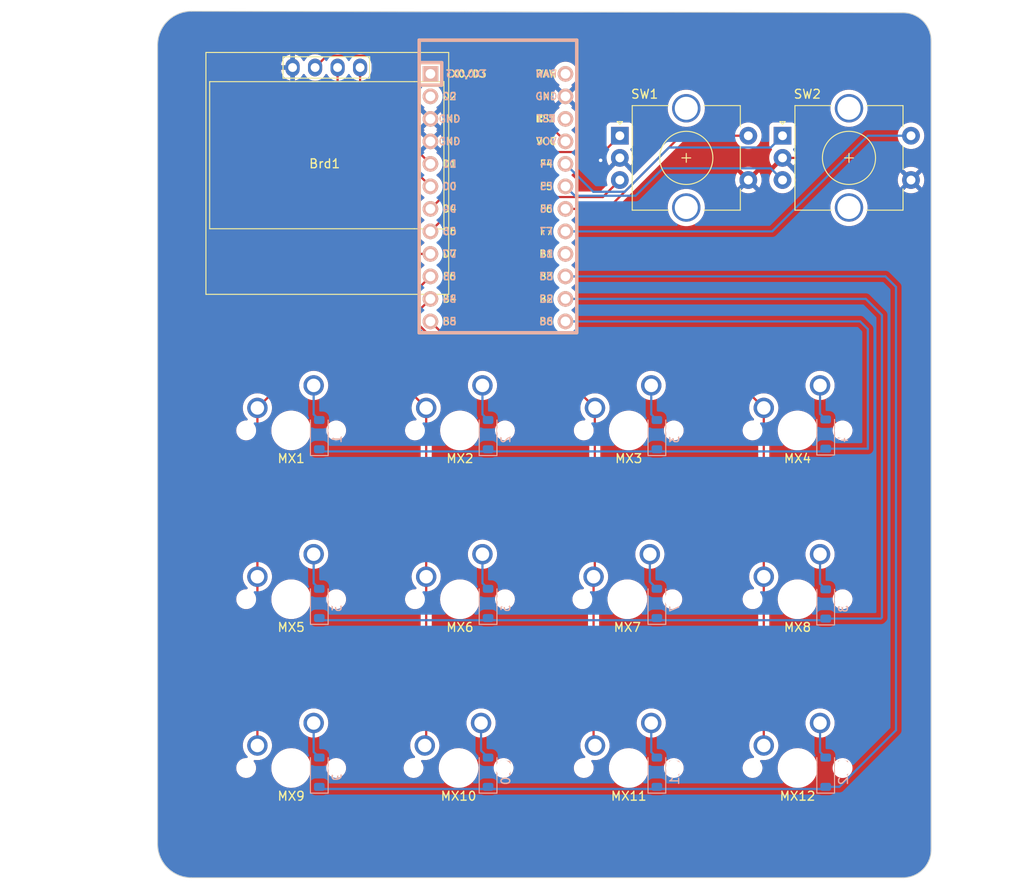
<source format=kicad_pcb>
(kicad_pcb (version 20221018) (generator pcbnew)
  (layers (0 "F.Cu" signal) (31 "B.Cu" signal) (34 "B.Paste" user) (35 "F.Paste" user) (36 "B.SilkS" user "B.Silkscreen") (37 "F.SilkS" user "F.Silkscreen") (38 "B.Mask" user) (39 "F.Mask" user) (44 "Edge.Cuts" user))
  (net 0 "")
  (net 1 "GND")
  (net 6 "Net-(D1-A)")
  (net 7 "Net-(D2-A)")
  (net 8 "Net-(D3-A)")
  (net 9 "Net-(D4-A)")
  (net 10 "Net-(D5-A)")
  (net 11 "Net-(D6-A)")
  (net 12 "Net-(D7-A)")
  (net 13 "Net-(D8-A)")
  (net 14 "Net-(D9-A)")
  (net 15 "Net-(D10-A)")
  (net 16 "Net-(D11-A)")
  (net 17 "Net-(D12-A)")
  (net 18 "C0")
  (net 19 "R3")
  (net 20 "R0")
  (net 21 "R1")
  (net 22 "R2")
  (net 23 "C1")
  (net 24 "C2")
  (net 25 "C3")
  (net 26 "SW1_A")
  (net 27 "SW1_B")
  (net 28 "SW1_S2")
  (net 29 "SW2_A")
  (net 30 "SW2_B")
  (net 31 "OLED_SDA")
  (net 32 "OLED_SCL")
  (net 33 "OLED_VCC")
  (net 34 "SW2_S2")
  (footprint "SSD1306:128x64OLED" (layer "F.Cu") (at 107.76 33.46)
    (fp_text reference "Brd1" (at 0 0.254) (layer "F.SilkS"))
    (fp_text value "SSD1306")
    (fp_line (start -13.4 -12.3) (end 14 -12.3) (stroke (width 0.12)) (layer "F.SilkS"))
    (fp_line (start -13.4 15) (end -13.4 -12.3) (stroke (width 0.12)) (layer "F.SilkS"))
    (fp_line (start -12.978 -9.005) (end 10.122 -9.005) (stroke (width 0.12)) (layer "F.SilkS"))
    (fp_line (start -12.978 7.595) (end -12.978 -9.005) (stroke (width 0.12)) (layer "F.SilkS"))
    (fp_line (start -4.699 -11.811) (end -4.699 -9.398) (stroke (width 0.12)) (layer "F.SilkS"))
    (fp_line (start -4.699 -11.811) (end 5.08 -11.811) (stroke (width 0.12)) (layer "F.SilkS"))
    (fp_line (start 5.08 -11.811) (end 5.08 -9.398) (stroke (width 0.12)) (layer "F.SilkS"))
    (fp_line (start 5.08 -9.398) (end -4.699 -9.398) (stroke (width 0.12)) (layer "F.SilkS"))
    (fp_line (start 10.122 -9.005) (end 13.208 -9.005) (stroke (width 0.12)) (layer "F.SilkS"))
    (fp_line (start 10.122 7.595) (end -12.978 7.595) (stroke (width 0.12)) (layer "F.SilkS"))
    (fp_line (start 10.122 7.595) (end 13.462 7.62) (stroke (width 0.12)) (layer "F.SilkS"))
    (fp_line (start 13.462 -9.017) (end 13.208 -9.005) (stroke (width 0.12)) (layer "F.SilkS"))
    (fp_line (start 13.462 7.62) (end 13.462 -9.017) (stroke (width 0.12)) (layer "F.SilkS"))
    (fp_line (start 14 -12.3) (end 14 15) (stroke (width 0.12)) (layer "F.SilkS"))
    (fp_line (start 14 15) (end -13.4 15) (stroke (width 0.12)) (layer "F.SilkS"))
    (pad "1" thru_hole oval (at -3.62 -10.6 90) (size 2 1.6) (drill 1) (layers "*.Cu" "*.Mask") (net 1 "GND"))
    (pad "2" thru_hole oval (at -1.08 -10.6 90) (size 2 1.6) (drill 1) (layers "*.Cu" "*.Mask") (net 33 "OLED_VCC"))
    (pad "3" thru_hole oval (at 1.46 -10.6 90) (size 2 1.6) (drill 1) (layers "*.Cu" "*.Mask") (net 32 "OLED_SCL"))
    (pad "4" thru_hole oval (at 4 -10.6 90) (size 2 1.6) (drill 1) (layers "*.Cu" "*.Mask") (net 31 "OLED_SDA"))
  )
  (footprint "PCM_marbastlib-mx:SW_MX_1u" (layer "F.Cu") (at 123.03125 63.8175)
    (fp_text reference "MX2" (at 0 3.175) (layer "F.SilkS"))
    (fp_text value "MX_SW_solder")
    (pad "" np_thru_hole circle (at -5.08 0) (size 1.75 1.75) (drill 1.75) (layers "*.Cu" "*.Mask"))
    (pad "" np_thru_hole circle (at 0 0) (size 3.9878 3.9878) (drill 3.9878) (layers "*.Cu" "*.Mask"))
    (pad "" np_thru_hole circle (at 5.08 0) (size 1.75 1.75) (drill 1.75) (layers "*.Cu" "*.Mask"))
    (pad "1" thru_hole circle (at -3.81 -2.54) (size 2.3 2.3) (drill 1.524) (layers "*.Cu" "B.Mask") (net 23 "C1"))
    (pad "2" thru_hole circle (at 2.54 -5.08) (size 2.3 2.3) (drill 1.524) (layers "*.Cu" "B.Mask") (net 7 "Net-(D2-A)"))
  )
  (footprint "PCM_marbastlib-mx:SW_MX_1u" (layer "F.Cu") (at 142.08125 63.8175)
    (fp_text reference "MX3" (at 0 3.175) (layer "F.SilkS"))
    (fp_text value "MX_SW_solder")
    (pad "" np_thru_hole circle (at -5.08 0) (size 1.75 1.75) (drill 1.75) (layers "*.Cu" "*.Mask"))
    (pad "" np_thru_hole circle (at 0 0) (size 3.9878 3.9878) (drill 3.9878) (layers "*.Cu" "*.Mask"))
    (pad "" np_thru_hole circle (at 5.08 0) (size 1.75 1.75) (drill 1.75) (layers "*.Cu" "*.Mask"))
    (pad "1" thru_hole circle (at -3.81 -2.54) (size 2.3 2.3) (drill 1.524) (layers "*.Cu" "B.Mask") (net 24 "C2"))
    (pad "2" thru_hole circle (at 2.54 -5.08) (size 2.3 2.3) (drill 1.524) (layers "*.Cu" "B.Mask") (net 8 "Net-(D3-A)"))
  )
  (footprint "Rotary_Encoder:RotaryEncoder_Alps_EC11E-Switch_Vertical_H20mm_CircularMountingHoles" (layer "F.Cu") (at 141.075 30.56)
    (fp_text reference "SW1" (at 2.8 -4.7) (layer "F.SilkS"))
    (fp_text value "RotaryEncoder_Switch")
    (fp_line (start -0.3 -1.6) (end 0.3 -1.6) (stroke (width 0.12)) (layer "F.SilkS"))
    (fp_line (start 0 -1.3) (end -0.3 -1.6) (stroke (width 0.12)) (layer "F.SilkS"))
    (fp_line (start 0.3 -1.6) (end 0 -1.3) (stroke (width 0.12)) (layer "F.SilkS"))
    (fp_line (start 1.4 -3.4) (end 1.4 8.4) (stroke (width 0.12)) (layer "F.SilkS"))
    (fp_line (start 5.5 -3.4) (end 1.4 -3.4) (stroke (width 0.12)) (layer "F.SilkS"))
    (fp_line (start 5.5 8.4) (end 1.4 8.4) (stroke (width 0.12)) (layer "F.SilkS"))
    (fp_line (start 7 2.5) (end 8 2.5) (stroke (width 0.12)) (layer "F.SilkS"))
    (fp_line (start 7.5 2) (end 7.5 3) (stroke (width 0.12)) (layer "F.SilkS"))
    (fp_line (start 9.5 -3.4) (end 13.6 -3.4) (stroke (width 0.12)) (layer "F.SilkS"))
    (fp_line (start 13.6 -3.4) (end 13.6 -1) (stroke (width 0.12)) (layer "F.SilkS"))
    (fp_line (start 13.6 1.2) (end 13.6 3.8) (stroke (width 0.12)) (layer "F.SilkS"))
    (fp_line (start 13.6 6) (end 13.6 8.4) (stroke (width 0.12)) (layer "F.SilkS"))
    (fp_line (start 13.6 8.4) (end 9.5 8.4) (stroke (width 0.12)) (layer "F.SilkS"))
    (fp_circle (center 7.5 2.5) (end 10.5 2.5) (stroke (width 0.12)) (fill none) (layer "F.SilkS"))
    (pad "A" thru_hole rect (at 0 0) (size 2 2) (drill 1) (layers "*.Cu" "*.Mask") (net 26 "SW1_A"))
    (pad "B" thru_hole circle (at 0 5) (size 2 2) (drill 1) (layers "*.Cu" "*.Mask") (net 27 "SW1_B"))
    (pad "C" thru_hole circle (at 0 2.5) (size 2 2) (drill 1) (layers "*.Cu" "*.Mask") (net 1 "GND"))
    (pad "MP" thru_hole circle (at 7.5 -3.1) (size 3.2 3.2) (drill 2.6) (layers "*.Cu" "*.Mask"))
    (pad "MP" thru_hole circle (at 7.5 8.1) (size 3.2 3.2) (drill 2.6) (layers "*.Cu" "*.Mask"))
    (pad "S1" thru_hole circle (at 14.5 5) (size 2 2) (drill 1) (layers "*.Cu" "*.Mask") (net 1 "GND"))
    (pad "S2" thru_hole circle (at 14.5 0) (size 2 2) (drill 1) (layers "*.Cu" "*.Mask") (net 28 "SW1_S2"))
  )
  (footprint "Keebio-Parts:ArduinoProMicro" (layer "F.Cu") (at 127.3175 37.54675 -90)
    (fp_text reference "U1" hide)
    (fp_text value "ProMicro" hide)
    (fp_text user "D1" (at -3.81 5.461) (layer "B.SilkS") (effects (font (size 0.8 0.8)) (justify mirror)))
    (fp_text user "GND" (at -6.35 5.461) (layer "B.SilkS") (effects (font (size 0.8 0.8)) (justify mirror)))
    (fp_text user "B6" (at 13.97 -5.461) (layer "B.SilkS") (effects (font (size 0.8 0.8)) (justify mirror)))
    (fp_text user "D2" (at -11.43 5.461) (layer "B.SilkS") (effects (font (size 0.8 0.8)) (justify mirror)))
    (fp_text user "F7" (at 3.81 -5.461) (layer "B.SilkS") (effects (font (size 0.8 0.8)) (justify mirror)))
    (fp_text user "TX0/D3" (at -13.97 3.571872) (layer "B.SilkS") (effects (font (size 0.8 0.8)) (justify mirror)))
    (fp_text user "RAW" (at -13.97 -5.461) (layer "B.SilkS") (effects (font (size 0.8 0.8)) (justify mirror)))
    (fp_text user "E6" (at 8.89 5.461) (layer "B.SilkS") (effects (font (size 0.8 0.8)) (justify mirror)))
    (fp_text user "B2" (at 11.43 -5.461) (layer "B.SilkS") (effects (font (size 0.8 0.8)) (justify mirror)))
    (fp_text user "D7" (at 6.35 5.461) (layer "B.SilkS") (effects (font (size 0.8 0.8)) (justify mirror)))
    (fp_text user "C6" (at 3.81 5.461) (layer "B.SilkS") (effects (font (size 0.8 0.8)) (justify mirror)))
    (fp_text user "GND" (at -11.43 -5.461) (layer "B.SilkS") (effects (font (size 0.8 0.8)) (justify mirror)))
    (fp_text user "B1" (at 6.35 -5.461) (layer "B.SilkS") (effects (font (size 0.8 0.8)) (justify mirror)))
    (fp_text user "VCC" (at -6.35 -5.461) (layer "B.SilkS") (effects (font (size 0.8 0.8)) (justify mirror)))
    (fp_text user "GND" (at -8.89 5.461) (layer "B.SilkS") (effects (font (size 0.8 0.8)) (justify mirror)))
    (fp_text user "F4" (at -3.81 -5.461) (layer "B.SilkS") (effects (font (size 0.8 0.8)) (justify mirror)))
    (fp_text user "F5" (at -1.27 -5.461) (layer "B.SilkS") (effects (font (size 0.8 0.8)) (justify mirror)))
    (fp_text user "D0" (at -1.27 5.461) (layer "B.SilkS") (effects (font (size 0.8 0.8)) (justify mirror)))
    (fp_text user "B5" (at 13.97 5.461) (layer "B.SilkS") (effects (font (size 0.8 0.8)) (justify mirror)))
    (fp_text user "B4" (at 11.43 5.461) (layer "B.SilkS") (effects (font (size 0.8 0.8)) (justify mirror)))
    (fp_text user "ST" (at -8.91 -5.04) (layer "B.SilkS") (effects (font (size 0.8 0.8)) (justify mirror)))
    (fp_text user "B3" (at 8.89 -5.461) (layer "B.SilkS") (effects (font (size 0.8 0.8)) (justify mirror)))
    (fp_text user "F6" (at 1.27 -5.461) (layer "B.SilkS") (effects (font (size 0.8 0.8)) (justify mirror)))
    (fp_text user "D4" (at 1.27 5.461) (layer "B.SilkS") (effects (font (size 0.8 0.8)) (justify mirror)))
    (fp_text user "GND" (at -6.35 5.461) (layer "F.SilkS") (effects (font (size 0.8 0.8))))
    (fp_text user "B4" (at 11.43 5.461) (layer "F.SilkS") (effects (font (size 0.8 0.8))))
    (fp_text user "D4" (at 1.27 5.461) (layer "F.SilkS") (effects (font (size 0.8 0.8))))
    (fp_text user "TX0/D3" (at -13.97 3.571872) (layer "F.SilkS") (effects (font (size 0.8 0.8))))
    (fp_text user "GND" (at -8.89 5.461) (layer "F.SilkS") (effects (font (size 0.8 0.8))))
    (fp_text user "VCC" (at -6.35 -5.461) (layer "F.SilkS") (effects (font (size 0.8 0.8))))
    (fp_text user "B5" (at 13.97 5.461) (layer "F.SilkS") (effects (font (size 0.8 0.8))))
    (fp_text user "B1" (at 6.35 -5.461) (layer "F.SilkS") (effects (font (size 0.8 0.8))))
    (fp_text user "F4" (at -3.81 -5.461) (layer "F.SilkS") (effects (font (size 0.8 0.8))))
    (fp_text user "D1" (at -3.81 5.461) (layer "F.SilkS") (effects (font (size 0.8 0.8))))
    (fp_text user "D0" (at -1.27 5.461) (layer "F.SilkS") (effects (font (size 0.8 0.8))))
    (fp_text user "D2" (at -11.43 5.461) (layer "F.SilkS") (effects (font (size 0.8 0.8))))
    (fp_text user "ST" (at -8.92 -5.73312) (layer "F.SilkS") (effects (font (size 0.8 0.8))))
    (fp_text user "F5" (at -1.27 -5.461) (layer "F.SilkS") (effects (font (size 0.8 0.8))))
    (fp_text user "B2" (at 11.43 -5.461) (layer "F.SilkS") (effects (font (size 0.8 0.8))))
    (fp_text user "RAW" (at -13.97 -5.461) (layer "F.SilkS") (effects (font (size 0.8 0.8))))
    (fp_text user "E6" (at 8.89 5.461) (layer "F.SilkS") (effects (font (size 0.8 0.8))))
    (fp_text user "GND" (at -11.43 -5.461) (layer "F.SilkS") (effects (font (size 0.8 0.8))))
    (fp_text user "C6" (at 3.81 5.461) (layer "F.SilkS") (effects (font (size 0.8 0.8))))
    (fp_text user "F7" (at 3.81 -5.461) (layer "F.SilkS") (effects (font (size 0.8 0.8))))
    (fp_text user "F6" (at 1.27 -5.461) (layer "F.SilkS") (effects (font (size 0.8 0.8))))
    (fp_text user "D7" (at 6.35 5.461) (layer "F.SilkS") (effects (font (size 0.8 0.8))))
    (fp_text user "B6" (at 13.97 -5.461) (layer "F.SilkS") (effects (font (size 0.8 0.8))))
    (fp_text user "B3" (at 8.89 -5.461) (layer "F.SilkS") (effects (font (size 0.8 0.8))))
    (fp_line (start -17.78 -8.89) (end -17.78 8.89) (stroke (width 0.381)) (layer "B.SilkS"))
    (fp_line (start -17.78 8.89) (end 15.24 8.89) (stroke (width 0.381)) (layer "B.SilkS"))
    (fp_line (start -15.24 6.35) (end -15.24 8.89) (stroke (width 0.381)) (layer "B.SilkS"))
    (fp_line (start -15.24 6.35) (end -12.7 6.35) (stroke (width 0.381)) (layer "B.SilkS"))
    (fp_line (start -12.7 6.35) (end -12.7 8.89) (stroke (width 0.381)) (layer "B.SilkS"))
    (fp_line (start 15.24 -8.89) (end -17.78 -8.89) (stroke (width 0.381)) (layer "B.SilkS"))
    (fp_line (start 15.24 8.89) (end 15.24 -8.89) (stroke (width 0.381)) (layer "B.SilkS"))
    (fp_poly (pts (xy -9.35097 -6.244635) (xy -8.55097 -6.244635) (xy -8.55097 -6.344635) (xy -9.35097 -6.344635)) (stroke (width 0.15)) (fill solid) (layer "B.SilkS"))
    (fp_poly (pts (xy -9.35097 -5.844635) (xy -9.25097 -5.844635) (xy -9.25097 -6.344635) (xy -9.35097 -6.344635)) (stroke (width 0.15)) (fill solid) (layer "B.SilkS"))
    (fp_poly (pts (xy -9.35097 -5.844635) (xy -9.05097 -5.844635) (xy -9.05097 -5.944635) (xy -9.35097 -5.944635)) (stroke (width 0.15)) (fill solid) (layer "B.SilkS"))
    (fp_poly (pts (xy -8.95097 -6.044635) (xy -8.85097 -6.044635) (xy -8.85097 -6.144635) (xy -8.95097 -6.144635)) (stroke (width 0.15)) (fill solid) (layer "B.SilkS"))
    (fp_poly (pts (xy -8.75097 -5.844635) (xy -8.55097 -5.844635) (xy -8.55097 -5.944635) (xy -8.75097 -5.944635)) (stroke (width 0.15)) (fill solid) (layer "B.SilkS"))
    (fp_line (start -17.78 -8.89) (end -17.78 8.89) (stroke (width 0.381)) (layer "F.SilkS"))
    (fp_line (start -17.78 8.89) (end -15.24 8.89) (stroke (width 0.381)) (layer "F.SilkS"))
    (fp_line (start -15.24 -8.89) (end -17.78 -8.89) (stroke (width 0.381)) (layer "F.SilkS"))
    (fp_line (start -15.24 6.35) (end -15.24 8.89) (stroke (width 0.381)) (layer "F.SilkS"))
    (fp_line (start -15.24 6.35) (end -12.7 6.35) (stroke (width 0.381)) (layer "F.SilkS"))
    (fp_line (start -15.24 8.89) (end 15.24 8.89) (stroke (width 0.381)) (layer "F.SilkS"))
    (fp_line (start -12.7 6.35) (end -12.7 8.89) (stroke (width 0.381)) (layer "F.SilkS"))
    (fp_line (start 15.24 -8.89) (end -15.24 -8.89) (stroke (width 0.381)) (layer "F.SilkS"))
    (fp_line (start 15.24 8.89) (end 15.24 -8.89) (stroke (width 0.381)) (layer "F.SilkS"))
    (fp_poly (pts (xy -9.36064 -4.931568) (xy -9.26064 -4.931568) (xy -9.26064 -4.431568) (xy -9.36064 -4.431568)) (stroke (width 0.15)) (fill solid) (layer "F.SilkS"))
    (fp_poly (pts (xy -9.36064 -4.931568) (xy -9.06064 -4.931568) (xy -9.06064 -4.831568) (xy -9.36064 -4.831568)) (stroke (width 0.15)) (fill solid) (layer "F.SilkS"))
    (fp_poly (pts (xy -9.36064 -4.531568) (xy -8.56064 -4.531568) (xy -8.56064 -4.431568) (xy -9.36064 -4.431568)) (stroke (width 0.15)) (fill solid) (layer "F.SilkS"))
    (fp_poly (pts (xy -8.96064 -4.731568) (xy -8.86064 -4.731568) (xy -8.86064 -4.631568) (xy -8.96064 -4.631568)) (stroke (width 0.15)) (fill solid) (layer "F.SilkS"))
    (fp_poly (pts (xy -8.76064 -4.931568) (xy -8.56064 -4.931568) (xy -8.56064 -4.831568) (xy -8.76064 -4.831568)) (stroke (width 0.15)) (fill solid) (layer "F.SilkS"))
    (pad "1" thru_hole rect (at -13.97 7.62 270) (size 1.7526 1.7526) (drill 1.0922) (layers "*.Cu" "*.SilkS" "*.Mask"))
    (pad "2" thru_hole circle (at -11.43 7.62 270) (size 1.7526 1.7526) (drill 1.0922) (layers "*.Cu" "*.SilkS" "*.Mask"))
    (pad "3" thru_hole circle (at -8.89 7.62 270) (size 1.7526 1.7526) (drill 1.0922) (layers "*.Cu" "*.SilkS" "*.Mask") (net 1 "GND"))
    (pad "4" thru_hole circle (at -6.35 7.62 270) (size 1.7526 1.7526) (drill 1.0922) (layers "*.Cu" "*.SilkS" "*.Mask") (net 1 "GND"))
    (pad "5" thru_hole circle (at -3.81 7.62 270) (size 1.7526 1.7526) (drill 1.0922) (layers "*.Cu" "*.SilkS" "*.Mask") (net 31 "OLED_SDA"))
    (pad "6" thru_hole circle (at -1.27 7.62 270) (size 1.7526 1.7526) (drill 1.0922) (layers "*.Cu" "*.SilkS" "*.Mask") (net 32 "OLED_SCL"))
    (pad "7" thru_hole circle (at 1.27 7.62 270) (size 1.7526 1.7526) (drill 1.0922) (layers "*.Cu" "*.SilkS" "*.Mask") (net 26 "SW1_A"))
    (pad "8" thru_hole circle (at 3.81 7.62 270) (size 1.7526 1.7526) (drill 1.0922) (layers "*.Cu" "*.SilkS" "*.Mask") (net 27 "SW1_B"))
    (pad "9" thru_hole circle (at 6.35 7.62 270) (size 1.7526 1.7526) (drill 1.0922) (layers "*.Cu" "*.SilkS" "*.Mask") (net 18 "C0"))
    (pad "10" thru_hole circle (at 8.89 7.62 270) (size 1.7526 1.7526) (drill 1.0922) (layers "*.Cu" "*.SilkS" "*.Mask") (net 23 "C1"))
    (pad "11" thru_hole circle (at 11.43 7.62 270) (size 1.7526 1.7526) (drill 1.0922) (layers "*.Cu" "*.SilkS" "*.Mask") (net 24 "C2"))
    (pad "12" thru_hole circle (at 13.97 7.62 270) (size 1.7526 1.7526) (drill 1.0922) (layers "*.Cu" "*.SilkS" "*.Mask") (net 25 "C3"))
    (pad "13" thru_hole circle (at 13.97 -7.62 270) (size 1.7526 1.7526) (drill 1.0922) (layers "*.Cu" "*.SilkS" "*.Mask") (net 20 "R0"))
    (pad "14" thru_hole circle (at 11.43 -7.62 270) (size 1.7526 1.7526) (drill 1.0922) (layers "*.Cu" "*.SilkS" "*.Mask") (net 21 "R1"))
    (pad "15" thru_hole circle (at 8.89 -7.62 270) (size 1.7526 1.7526) (drill 1.0922) (layers "*.Cu" "*.SilkS" "*.Mask") (net 22 "R2"))
    (pad "16" thru_hole circle (at 6.35 -7.62 270) (size 1.7526 1.7526) (drill 1.0922) (layers "*.Cu" "*.SilkS" "*.Mask") (net 19 "R3"))
    (pad "17" thru_hole circle (at 3.81 -7.62 270) (size 1.7526 1.7526) (drill 1.0922) (layers "*.Cu" "*.SilkS" "*.Mask") (net 34 "SW2_S2"))
    (pad "18" thru_hole circle (at 1.27 -7.62 270) (size 1.7526 1.7526) (drill 1.0922) (layers "*.Cu" "*.SilkS" "*.Mask") (net 28 "SW1_S2"))
    (pad "19" thru_hole circle (at -1.27 -7.62 270) (size 1.7526 1.7526) (drill 1.0922) (layers "*.Cu" "*.SilkS" "*.Mask") (net 30 "SW2_B"))
    (pad "20" thru_hole circle (at -3.81 -7.62 270) (size 1.7526 1.7526) (drill 1.0922) (layers "*.Cu" "*.SilkS" "*.Mask") (net 29 "SW2_A"))
    (pad "21" thru_hole circle (at -6.35 -7.62 270) (size 1.7526 1.7526) (drill 1.0922) (layers "*.Cu" "*.SilkS" "*.Mask") (net 33 "OLED_VCC"))
    (pad "22" thru_hole circle (at -8.89 -7.62 270) (size 1.7526 1.7526) (drill 1.0922) (layers "*.Cu" "*.SilkS" "*.Mask"))
    (pad "23" thru_hole circle (at -11.43 -7.62 270) (size 1.7526 1.7526) (drill 1.0922) (layers "*.Cu" "*.SilkS" "*.Mask") (net 1 "GND"))
    (pad "24" thru_hole circle (at -13.97 -7.62 270) (size 1.7526 1.7526) (drill 1.0922) (layers "*.Cu" "*.SilkS" "*.Mask"))
  )
  (footprint "PCM_marbastlib-mx:SW_MX_1u" (layer "F.Cu") (at 161.13125 82.8675)
    (fp_text reference "MX8" (at 0 3.175) (layer "F.SilkS"))
    (fp_text value "MX_SW_solder")
    (pad "" np_thru_hole circle (at -5.08 0) (size 1.75 1.75) (drill 1.75) (layers "*.Cu" "*.Mask"))
    (pad "" np_thru_hole circle (at 0 0) (size 3.9878 3.9878) (drill 3.9878) (layers "*.Cu" "*.Mask"))
    (pad "" np_thru_hole circle (at 5.08 0) (size 1.75 1.75) (drill 1.75) (layers "*.Cu" "*.Mask"))
    (pad "1" thru_hole circle (at -3.81 -2.54) (size 2.3 2.3) (drill 1.524) (layers "*.Cu" "B.Mask") (net 25 "C3"))
    (pad "2" thru_hole circle (at 2.54 -5.08) (size 2.3 2.3) (drill 1.524) (layers "*.Cu" "B.Mask") (net 13 "Net-(D8-A)"))
  )
  (footprint "PCM_marbastlib-mx:SW_MX_1u" (layer "F.Cu") (at 161.13125 101.9175)
    (fp_text reference "MX12" (at 0 3.175) (layer "F.SilkS"))
    (fp_text value "MX_SW_solder")
    (pad "" np_thru_hole circle (at -5.08 0) (size 1.75 1.75) (drill 1.75) (layers "*.Cu" "*.Mask"))
    (pad "" np_thru_hole circle (at 0 0) (size 3.9878 3.9878) (drill 3.9878) (layers "*.Cu" "*.Mask"))
    (pad "" np_thru_hole circle (at 5.08 0) (size 1.75 1.75) (drill 1.75) (layers "*.Cu" "*.Mask"))
    (pad "1" thru_hole circle (at -3.81 -2.54) (size 2.3 2.3) (drill 1.524) (layers "*.Cu" "B.Mask") (net 25 "C3"))
    (pad "2" thru_hole circle (at 2.54 -5.08) (size 2.3 2.3) (drill 1.524) (layers "*.Cu" "B.Mask") (net 17 "Net-(D12-A)"))
  )
  (footprint "PCM_marbastlib-mx:SW_MX_1u" (layer "F.Cu") (at 161.13125 63.8175)
    (fp_text reference "MX4" (at 0 3.175) (layer "F.SilkS"))
    (fp_text value "MX_SW_solder")
    (pad "" np_thru_hole circle (at -5.08 0) (size 1.75 1.75) (drill 1.75) (layers "*.Cu" "*.Mask"))
    (pad "" np_thru_hole circle (at 0 0) (size 3.9878 3.9878) (drill 3.9878) (layers "*.Cu" "*.Mask"))
    (pad "" np_thru_hole circle (at 5.08 0) (size 1.75 1.75) (drill 1.75) (layers "*.Cu" "*.Mask"))
    (pad "1" thru_hole circle (at -3.81 -2.54) (size 2.3 2.3) (drill 1.524) (layers "*.Cu" "B.Mask") (net 25 "C3"))
    (pad "2" thru_hole circle (at 2.54 -5.08) (size 2.3 2.3) (drill 1.524) (layers "*.Cu" "B.Mask") (net 9 "Net-(D4-A)"))
  )
  (footprint "PCM_marbastlib-mx:SW_MX_1u" (layer "F.Cu") (at 123.03125 82.8675)
    (fp_text reference "MX6" (at 0 3.175) (layer "F.SilkS"))
    (fp_text value "MX_SW_solder")
    (pad "" np_thru_hole circle (at -5.08 0) (size 1.75 1.75) (drill 1.75) (layers "*.Cu" "*.Mask"))
    (pad "" np_thru_hole circle (at 0 0) (size 3.9878 3.9878) (drill 3.9878) (layers "*.Cu" "*.Mask"))
    (pad "" np_thru_hole circle (at 5.08 0) (size 1.75 1.75) (drill 1.75) (layers "*.Cu" "*.Mask"))
    (pad "1" thru_hole circle (at -3.81 -2.54) (size 2.3 2.3) (drill 1.524) (layers "*.Cu" "B.Mask") (net 23 "C1"))
    (pad "2" thru_hole circle (at 2.54 -5.08) (size 2.3 2.3) (drill 1.524) (layers "*.Cu" "B.Mask") (net 11 "Net-(D6-A)"))
  )
  (footprint "PCM_marbastlib-mx:SW_MX_1u" (layer "F.Cu") (at 103.98125 63.8175)
    (fp_text reference "MX1" (at 0 3.175) (layer "F.SilkS"))
    (fp_text value "MX_SW_solder")
    (pad "" np_thru_hole circle (at -5.08 0) (size 1.75 1.75) (drill 1.75) (layers "*.Cu" "*.Mask"))
    (pad "" np_thru_hole circle (at 0 0) (size 3.9878 3.9878) (drill 3.9878) (layers "*.Cu" "*.Mask"))
    (pad "" np_thru_hole circle (at 5.08 0) (size 1.75 1.75) (drill 1.75) (layers "*.Cu" "*.Mask"))
    (pad "1" thru_hole circle (at -3.81 -2.54) (size 2.3 2.3) (drill 1.524) (layers "*.Cu" "B.Mask") (net 18 "C0"))
    (pad "2" thru_hole circle (at 2.54 -5.08) (size 2.3 2.3) (drill 1.524) (layers "*.Cu" "B.Mask") (net 6 "Net-(D1-A)"))
  )
  (footprint "PCM_marbastlib-mx:SW_MX_1u" (layer "F.Cu") (at 142.08125 101.9175)
    (fp_text reference "MX11" (at 0 3.175) (layer "F.SilkS"))
    (fp_text value "MX_SW_solder")
    (pad "" np_thru_hole circle (at -5.08 0) (size 1.75 1.75) (drill 1.75) (layers "*.Cu" "*.Mask"))
    (pad "" np_thru_hole circle (at 0 0) (size 3.9878 3.9878) (drill 3.9878) (layers "*.Cu" "*.Mask"))
    (pad "" np_thru_hole circle (at 5.08 0) (size 1.75 1.75) (drill 1.75) (layers "*.Cu" "*.Mask"))
    (pad "1" thru_hole circle (at -3.81 -2.54) (size 2.3 2.3) (drill 1.524) (layers "*.Cu" "B.Mask") (net 24 "C2"))
    (pad "2" thru_hole circle (at 2.54 -5.08) (size 2.3 2.3) (drill 1.524) (layers "*.Cu" "B.Mask") (net 16 "Net-(D11-A)"))
  )
  (footprint "PCM_marbastlib-mx:SW_MX_1u" (layer "F.Cu") (at 141.9225 82.8675)
    (fp_text reference "MX7" (at 0 3.175) (layer "F.SilkS"))
    (fp_text value "MX_SW_solder")
    (pad "" np_thru_hole circle (at -5.08 0) (size 1.75 1.75) (drill 1.75) (layers "*.Cu" "*.Mask"))
    (pad "" np_thru_hole circle (at 0 0) (size 3.9878 3.9878) (drill 3.9878) (layers "*.Cu" "*.Mask"))
    (pad "" np_thru_hole circle (at 5.08 0) (size 1.75 1.75) (drill 1.75) (layers "*.Cu" "*.Mask"))
    (pad "1" thru_hole circle (at -3.81 -2.54) (size 2.3 2.3) (drill 1.524) (layers "*.Cu" "B.Mask") (net 24 "C2"))
    (pad "2" thru_hole circle (at 2.54 -5.08) (size 2.3 2.3) (drill 1.524) (layers "*.Cu" "B.Mask") (net 12 "Net-(D7-A)"))
  )
  (footprint "PCM_marbastlib-mx:SW_MX_1u" (layer "F.Cu") (at 122.8725 101.9175)
    (fp_text reference "MX10" (at 0 3.175) (layer "F.SilkS"))
    (fp_text value "MX_SW_solder")
    (pad "" np_thru_hole circle (at -5.08 0) (size 1.75 1.75) (drill 1.75) (layers "*.Cu" "*.Mask"))
    (pad "" np_thru_hole circle (at 0 0) (size 3.9878 3.9878) (drill 3.9878) (layers "*.Cu" "*.Mask"))
    (pad "" np_thru_hole circle (at 5.08 0) (size 1.75 1.75) (drill 1.75) (layers "*.Cu" "*.Mask"))
    (pad "1" thru_hole circle (at -3.81 -2.54) (size 2.3 2.3) (drill 1.524) (layers "*.Cu" "B.Mask") (net 23 "C1"))
    (pad "2" thru_hole circle (at 2.54 -5.08) (size 2.3 2.3) (drill 1.524) (layers "*.Cu" "B.Mask") (net 15 "Net-(D10-A)"))
  )
  (footprint "PCM_marbastlib-mx:SW_MX_1u" (layer "F.Cu") (at 103.98125 82.8675)
    (fp_text reference "MX5" (at 0 3.175) (layer "F.SilkS"))
    (fp_text value "MX_SW_solder")
    (pad "" np_thru_hole circle (at -5.08 0) (size 1.75 1.75) (drill 1.75) (layers "*.Cu" "*.Mask"))
    (pad "" np_thru_hole circle (at 0 0) (size 3.9878 3.9878) (drill 3.9878) (layers "*.Cu" "*.Mask"))
    (pad "" np_thru_hole circle (at 5.08 0) (size 1.75 1.75) (drill 1.75) (layers "*.Cu" "*.Mask"))
    (pad "1" thru_hole circle (at -3.81 -2.54) (size 2.3 2.3) (drill 1.524) (layers "*.Cu" "B.Mask") (net 18 "C0"))
    (pad "2" thru_hole circle (at 2.54 -5.08) (size 2.3 2.3) (drill 1.524) (layers "*.Cu" "B.Mask") (net 10 "Net-(D5-A)"))
  )
  (footprint "Rotary_Encoder:RotaryEncoder_Alps_EC11E-Switch_Vertical_H20mm_CircularMountingHoles" (layer "F.Cu") (at 159.4375 30.56)
    (fp_text reference "SW2" (at 2.8 -4.7) (layer "F.SilkS"))
    (fp_text value "RotaryEncoder_Switch")
    (fp_line (start -0.3 -1.6) (end 0.3 -1.6) (stroke (width 0.12)) (layer "F.SilkS"))
    (fp_line (start 0 -1.3) (end -0.3 -1.6) (stroke (width 0.12)) (layer "F.SilkS"))
    (fp_line (start 0.3 -1.6) (end 0 -1.3) (stroke (width 0.12)) (layer "F.SilkS"))
    (fp_line (start 1.4 -3.4) (end 1.4 8.4) (stroke (width 0.12)) (layer "F.SilkS"))
    (fp_line (start 5.5 -3.4) (end 1.4 -3.4) (stroke (width 0.12)) (layer "F.SilkS"))
    (fp_line (start 5.5 8.4) (end 1.4 8.4) (stroke (width 0.12)) (layer "F.SilkS"))
    (fp_line (start 7 2.5) (end 8 2.5) (stroke (width 0.12)) (layer "F.SilkS"))
    (fp_line (start 7.5 2) (end 7.5 3) (stroke (width 0.12)) (layer "F.SilkS"))
    (fp_line (start 9.5 -3.4) (end 13.6 -3.4) (stroke (width 0.12)) (layer "F.SilkS"))
    (fp_line (start 13.6 -3.4) (end 13.6 -1) (stroke (width 0.12)) (layer "F.SilkS"))
    (fp_line (start 13.6 1.2) (end 13.6 3.8) (stroke (width 0.12)) (layer "F.SilkS"))
    (fp_line (start 13.6 6) (end 13.6 8.4) (stroke (width 0.12)) (layer "F.SilkS"))
    (fp_line (start 13.6 8.4) (end 9.5 8.4) (stroke (width 0.12)) (layer "F.SilkS"))
    (fp_circle (center 7.5 2.5) (end 10.5 2.5) (stroke (width 0.12)) (fill none) (layer "F.SilkS"))
    (pad "A" thru_hole rect (at 0 0) (size 2 2) (drill 1) (layers "*.Cu" "*.Mask") (net 29 "SW2_A"))
    (pad "B" thru_hole circle (at 0 5) (size 2 2) (drill 1) (layers "*.Cu" "*.Mask") (net 30 "SW2_B"))
    (pad "C" thru_hole circle (at 0 2.5) (size 2 2) (drill 1) (layers "*.Cu" "*.Mask") (net 1 "GND"))
    (pad "MP" thru_hole circle (at 7.5 -3.1) (size 3.2 3.2) (drill 2.6) (layers "*.Cu" "*.Mask"))
    (pad "MP" thru_hole circle (at 7.5 8.1) (size 3.2 3.2) (drill 2.6) (layers "*.Cu" "*.Mask"))
    (pad "S1" thru_hole circle (at 14.5 5) (size 2 2) (drill 1) (layers "*.Cu" "*.Mask") (net 1 "GND"))
    (pad "S2" thru_hole circle (at 14.5 0) (size 2 2) (drill 1) (layers "*.Cu" "*.Mask") (net 34 "SW2_S2"))
  )
  (footprint "PCM_marbastlib-mx:SW_MX_1u" (layer "F.Cu") (at 103.98125 101.9175)
    (fp_text reference "MX9" (at 0 3.175) (layer "F.SilkS"))
    (fp_text value "MX_SW_solder")
    (pad "" np_thru_hole circle (at -5.08 0) (size 1.75 1.75) (drill 1.75) (layers "*.Cu" "*.Mask"))
    (pad "" np_thru_hole circle (at 0 0) (size 3.9878 3.9878) (drill 3.9878) (layers "*.Cu" "*.Mask"))
    (pad "" np_thru_hole circle (at 5.08 0) (size 1.75 1.75) (drill 1.75) (layers "*.Cu" "*.Mask"))
    (pad "1" thru_hole circle (at -3.81 -2.54) (size 2.3 2.3) (drill 1.524) (layers "*.Cu" "B.Mask") (net 18 "C0"))
    (pad "2" thru_hole circle (at 2.54 -5.08) (size 2.3 2.3) (drill 1.524) (layers "*.Cu" "B.Mask") (net 14 "Net-(D9-A)"))
  )
  (footprint "Diode_SMD:D_SOD-123" (layer "B.Cu") (at 126.20625 102.39375 90)
    (fp_text reference "D10" (at 0 2 90) (layer "B.SilkS") (effects (justify mirror)))
    (fp_text value "D_Small")
    (fp_line (start -2.36 -1) (end 1.65 -1) (stroke (width 0.12)) (layer "B.SilkS"))
    (fp_line (start -2.36 1) (end -2.36 -1) (stroke (width 0.12)) (layer "B.SilkS"))
    (fp_line (start -2.36 1) (end 1.65 1) (stroke (width 0.12)) (layer "B.SilkS"))
    (pad "1" smd roundrect (at -1.65 0 90) (size 0.9 1.2) (layers "B.Cu" "B.Paste" "B.Mask") (net 22 "R2"))
    (pad "2" smd roundrect (at 1.65 0 90) (size 0.9 1.2) (layers "B.Cu" "B.Paste" "B.Mask") (net 15 "Net-(D10-A)"))
  )
  (footprint "Diode_SMD:D_SOD-123" (layer "B.Cu") (at 145.25625 83.34375 90)
    (fp_text reference "D7" (at 0 2 90) (layer "B.SilkS") (effects (justify mirror)))
    (fp_text value "D_Small")
    (fp_line (start -2.36 -1) (end 1.65 -1) (stroke (width 0.12)) (layer "B.SilkS"))
    (fp_line (start -2.36 1) (end -2.36 -1) (stroke (width 0.12)) (layer "B.SilkS"))
    (fp_line (start -2.36 1) (end 1.65 1) (stroke (width 0.12)) (layer "B.SilkS"))
    (pad "1" smd roundrect (at -1.65 0 90) (size 0.9 1.2) (layers "B.Cu" "B.Paste" "B.Mask") (net 21 "R1"))
    (pad "2" smd roundrect (at 1.65 0 90) (size 0.9 1.2) (layers "B.Cu" "B.Paste" "B.Mask") (net 12 "Net-(D7-A)"))
  )
  (footprint "Diode_SMD:D_SOD-123" (layer "B.Cu") (at 164.30625 102.39375 90)
    (fp_text reference "D12" (at 0 2 90) (layer "B.SilkS") (effects (justify mirror)))
    (fp_text value "D_Small")
    (fp_line (start -2.36 -1) (end 1.65 -1) (stroke (width 0.12)) (layer "B.SilkS"))
    (fp_line (start -2.36 1) (end -2.36 -1) (stroke (width 0.12)) (layer "B.SilkS"))
    (fp_line (start -2.36 1) (end 1.65 1) (stroke (width 0.12)) (layer "B.SilkS"))
    (pad "1" smd roundrect (at -1.65 0 90) (size 0.9 1.2) (layers "B.Cu" "B.Paste" "B.Mask") (net 22 "R2"))
    (pad "2" smd roundrect (at 1.65 0 90) (size 0.9 1.2) (layers "B.Cu" "B.Paste" "B.Mask") (net 17 "Net-(D12-A)"))
  )
  (footprint "Diode_SMD:D_SOD-123" (layer "B.Cu") (at 145.25625 102.39375 90)
    (fp_text reference "D11" (at 0 2 90) (layer "B.SilkS") (effects (justify mirror)))
    (fp_text value "D_Small")
    (fp_line (start -2.36 -1) (end 1.65 -1) (stroke (width 0.12)) (layer "B.SilkS"))
    (fp_line (start -2.36 1) (end -2.36 -1) (stroke (width 0.12)) (layer "B.SilkS"))
    (fp_line (start -2.36 1) (end 1.65 1) (stroke (width 0.12)) (layer "B.SilkS"))
    (pad "1" smd roundrect (at -1.65 0 90) (size 0.9 1.2) (layers "B.Cu" "B.Paste" "B.Mask") (net 22 "R2"))
    (pad "2" smd roundrect (at 1.65 0 90) (size 0.9 1.2) (layers "B.Cu" "B.Paste" "B.Mask") (net 16 "Net-(D11-A)"))
  )
  (footprint "Diode_SMD:D_SOD-123" (layer "B.Cu") (at 164.30625 64.23125 90)
    (fp_text reference "D4" (at 0 2 90) (layer "B.SilkS") (effects (justify mirror)))
    (fp_text value "D_Small")
    (fp_line (start -2.36 -1) (end 1.65 -1) (stroke (width 0.12)) (layer "B.SilkS"))
    (fp_line (start -2.36 1) (end -2.36 -1) (stroke (width 0.12)) (layer "B.SilkS"))
    (fp_line (start -2.36 1) (end 1.65 1) (stroke (width 0.12)) (layer "B.SilkS"))
    (pad "1" smd roundrect (at -1.65 0 90) (size 0.9 1.2) (layers "B.Cu" "B.Paste" "B.Mask") (net 20 "R0"))
    (pad "2" smd roundrect (at 1.65 0 90) (size 0.9 1.2) (layers "B.Cu" "B.Paste" "B.Mask") (net 9 "Net-(D4-A)"))
  )
  (footprint "Diode_SMD:D_SOD-123" (layer "B.Cu") (at 164.30625 83.40625 90)
    (fp_text reference "D8" (at 0 2 90) (layer "B.SilkS") (effects (justify mirror)))
    (fp_text value "D_Small")
    (fp_line (start -2.36 -1) (end 1.65 -1) (stroke (width 0.12)) (layer "B.SilkS"))
    (fp_line (start -2.36 1) (end -2.36 -1) (stroke (width 0.12)) (layer "B.SilkS"))
    (fp_line (start -2.36 1) (end 1.65 1) (stroke (width 0.12)) (layer "B.SilkS"))
    (pad "1" smd roundrect (at -1.65 0 90) (size 0.9 1.2) (layers "B.Cu" "B.Paste" "B.Mask") (net 21 "R1"))
    (pad "2" smd roundrect (at 1.65 0 90) (size 0.9 1.2) (layers "B.Cu" "B.Paste" "B.Mask") (net 13 "Net-(D8-A)"))
  )
  (footprint "Diode_SMD:D_SOD-123" (layer "B.Cu") (at 145.25625 64.29375 90)
    (fp_text reference "D3" (at 0 2 90) (layer "B.SilkS") (effects (justify mirror)))
    (fp_text value "D_Small")
    (fp_line (start -2.36 -1) (end 1.65 -1) (stroke (width 0.12)) (layer "B.SilkS"))
    (fp_line (start -2.36 1) (end -2.36 -1) (stroke (width 0.12)) (layer "B.SilkS"))
    (fp_line (start -2.36 1) (end 1.65 1) (stroke (width 0.12)) (layer "B.SilkS"))
    (pad "1" smd roundrect (at -1.65 0 90) (size 0.9 1.2) (layers "B.Cu" "B.Paste" "B.Mask") (net 20 "R0"))
    (pad "2" smd roundrect (at 1.65 0 90) (size 0.9 1.2) (layers "B.Cu" "B.Paste" "B.Mask") (net 8 "Net-(D3-A)"))
  )
  (footprint "Diode_SMD:D_SOD-123" (layer "B.Cu") (at 107.15625 102.39375 90)
    (fp_text reference "D9" (at 0 2 90) (layer "B.SilkS") (effects (justify mirror)))
    (fp_text value "D_Small")
    (fp_line (start -2.36 -1) (end 1.65 -1) (stroke (width 0.12)) (layer "B.SilkS"))
    (fp_line (start -2.36 1) (end -2.36 -1) (stroke (width 0.12)) (layer "B.SilkS"))
    (fp_line (start -2.36 1) (end 1.65 1) (stroke (width 0.12)) (layer "B.SilkS"))
    (pad "1" smd roundrect (at -1.65 0 90) (size 0.9 1.2) (layers "B.Cu" "B.Paste" "B.Mask") (net 22 "R2"))
    (pad "2" smd roundrect (at 1.65 0 90) (size 0.9 1.2) (layers "B.Cu" "B.Paste" "B.Mask") (net 14 "Net-(D9-A)"))
  )
  (footprint "Diode_SMD:D_SOD-123" (layer "B.Cu") (at 126.20625 83.34375 90)
    (fp_text reference "D6" (at 0 2 90) (layer "B.SilkS") (effects (justify mirror)))
    (fp_text value "D_Small")
    (fp_line (start -2.36 -1) (end 1.65 -1) (stroke (width 0.12)) (layer "B.SilkS"))
    (fp_line (start -2.36 1) (end -2.36 -1) (stroke (width 0.12)) (layer "B.SilkS"))
    (fp_line (start -2.36 1) (end 1.65 1) (stroke (width 0.12)) (layer "B.SilkS"))
    (pad "1" smd roundrect (at -1.65 0 90) (size 0.9 1.2) (layers "B.Cu" "B.Paste" "B.Mask") (net 21 "R1"))
    (pad "2" smd roundrect (at 1.65 0 90) (size 0.9 1.2) (layers "B.Cu" "B.Paste" "B.Mask") (net 11 "Net-(D6-A)"))
  )
  (footprint "Diode_SMD:D_SOD-123" (layer "B.Cu") (at 107.15625 64.29375 90)
    (fp_text reference "D1" (at 0 2 90) (layer "B.SilkS") (effects (justify mirror)))
    (fp_text value "D_Small")
    (fp_line (start -2.36 -1) (end 1.65 -1) (stroke (width 0.12)) (layer "B.SilkS"))
    (fp_line (start -2.36 1) (end -2.36 -1) (stroke (width 0.12)) (layer "B.SilkS"))
    (fp_line (start -2.36 1) (end 1.65 1) (stroke (width 0.12)) (layer "B.SilkS"))
    (pad "1" smd roundrect (at -1.65 0 90) (size 0.9 1.2) (layers "B.Cu" "B.Paste" "B.Mask") (net 20 "R0"))
    (pad "2" smd roundrect (at 1.65 0 90) (size 0.9 1.2) (layers "B.Cu" "B.Paste" "B.Mask") (net 6 "Net-(D1-A)"))
  )
  (footprint "Diode_SMD:D_SOD-123" (layer "B.Cu") (at 107.15625 83.34375 90)
    (fp_text reference "D5" (at 0 2 90) (layer "B.SilkS") (effects (justify mirror)))
    (fp_text value "D_Small")
    (fp_line (start -2.36 -1) (end 1.65 -1) (stroke (width 0.12)) (layer "B.SilkS"))
    (fp_line (start -2.36 1) (end -2.36 -1) (stroke (width 0.12)) (layer "B.SilkS"))
    (fp_line (start -2.36 1) (end 1.65 1) (stroke (width 0.12)) (layer "B.SilkS"))
    (pad "1" smd roundrect (at -1.65 0 90) (size 0.9 1.2) (layers "B.Cu" "B.Paste" "B.Mask") (net 21 "R1"))
    (pad "2" smd roundrect (at 1.65 0 90) (size 0.9 1.2) (layers "B.Cu" "B.Paste" "B.Mask") (net 10 "Net-(D5-A)"))
  )
  (footprint "Diode_SMD:D_SOD-123" (layer "B.Cu") (at 126.20625 64.29375 90)
    (fp_text reference "D2" (at 0 2 90) (layer "B.SilkS") (effects (justify mirror)))
    (fp_text value "D_Small")
    (fp_line (start -2.36 -1) (end 1.65 -1) (stroke (width 0.12)) (layer "B.SilkS"))
    (fp_line (start -2.36 1) (end -2.36 -1) (stroke (width 0.12)) (layer "B.SilkS"))
    (fp_line (start -2.36 1) (end 1.65 1) (stroke (width 0.12)) (layer "B.SilkS"))
    (pad "1" smd roundrect (at -1.65 0 90) (size 0.9 1.2) (layers "B.Cu" "B.Paste" "B.Mask") (net 20 "R0"))
    (pad "2" smd roundrect (at 1.65 0 90) (size 0.9 1.2) (layers "B.Cu" "B.Paste" "B.Mask") (net 7 "Net-(D2-A)"))
  )
  (gr_line (start 88.9 20.32) (end 88.9 110.49) (stroke (width 0.1)) (layer "Edge.Cuts"))
  (gr_arc (start 92.71 114.3) (mid 90.015923 113.184077) (end 88.9 110.49) (stroke (width 0.1)) (layer "Edge.Cuts"))
  (gr_line (start 92.71 114.3) (end 173.0375 114.3) (stroke (width 0.1)) (layer "Edge.Cuts"))
  (gr_arc (start 173.0375 16.66875) (mid 175.282564 17.598686) (end 176.2125 19.84375) (stroke (width 0.1)) (layer "Edge.Cuts"))
  (gr_line (start 176.2125 111.125) (end 176.2125 19.84375) (stroke (width 0.1)) (layer "Edge.Cuts"))
  (gr_arc (start 176.2125 111.125) (mid 175.282564 113.370064) (end 173.0375 114.3) (stroke (width 0.1)) (layer "Edge.Cuts"))
  (gr_arc (start 88.9 20.32) (mid 90.015923 17.625923) (end 92.71 16.51) (stroke (width 0.1)) (layer "Edge.Cuts"))
  (gr_line (start 173.0375 16.66875) (end 92.71 16.51) (stroke (width 0.1)) (layer "Edge.Cuts"))
  (segment (start 159.4375 33.06) (end 171.4375 33.06) (width 0.25) (layer "F.Cu") (net 1))
  (segment (start 171.4375 33.06) (end 173.9375 35.56) (width 0.25) (layer "F.Cu") (net 1))
  (via (at 138.90625 33.3375) (size 0.8) (drill 0.4) (layers "F.Cu" "B.Cu") (net 1))
  (segment (start 106.52125 58.7375) (end 106.52125 62.00875) (width 0.25) (layer "B.Cu") (net 6))
  (segment (start 106.52125 62.00875) (end 107.15625 62.64375) (width 0.25) (layer "B.Cu") (net 6))
  (segment (start 125.57125 62.00875) (end 126.20625 62.64375) (width 0.25) (layer "B.Cu") (net 7))
  (segment (start 125.57125 58.7375) (end 125.57125 62.00875) (width 0.25) (layer "B.Cu") (net 7))
  (segment (start 144.62125 58.7375) (end 144.62125 62.00875) (width 0.25) (layer "B.Cu") (net 8))
  (segment (start 144.62125 62.00875) (end 145.25625 62.64375) (width 0.25) (layer "B.Cu") (net 8))
  (segment (start 163.67125 61.94625) (end 164.30625 62.58125) (width 0.25) (layer "B.Cu") (net 9))
  (segment (start 163.67125 58.7375) (end 163.67125 61.94625) (width 0.25) (layer "B.Cu") (net 9))
  (segment (start 106.52125 77.7875) (end 106.52125 81.05875) (width 0.25) (layer "B.Cu") (net 10))
  (segment (start 106.52125 81.05875) (end 107.15625 81.69375) (width 0.25) (layer "B.Cu") (net 10))
  (segment (start 125.57125 81.05875) (end 126.20625 81.69375) (width 0.25) (layer "B.Cu") (net 11))
  (segment (start 125.57125 77.7875) (end 125.57125 81.05875) (width 0.25) (layer "B.Cu") (net 11))
  (segment (start 144.4625 77.7875) (end 144.4625 80.9) (width 0.25) (layer "B.Cu") (net 12))
  (segment (start 144.4625 80.9) (end 145.25625 81.69375) (width 0.25) (layer "B.Cu") (net 12))
  (segment (start 163.67125 81.12125) (end 164.30625 81.75625) (width 0.25) (layer "B.Cu") (net 13))
  (segment (start 163.67125 77.7875) (end 163.67125 81.12125) (width 0.25) (layer "B.Cu") (net 13))
  (segment (start 106.52125 96.8375) (end 106.52125 100.10875) (width 0.25) (layer "B.Cu") (net 14))
  (segment (start 106.52125 100.10875) (end 107.15625 100.74375) (width 0.25) (layer "B.Cu") (net 14))
  (segment (start 125.4125 99.95) (end 126.20625 100.74375) (width 0.25) (layer "B.Cu") (net 15))
  (segment (start 125.4125 96.8375) (end 125.4125 99.95) (width 0.25) (layer "B.Cu") (net 15))
  (segment (start 144.62125 96.8375) (end 144.62125 100.10875) (width 0.25) (layer "B.Cu") (net 16))
  (segment (start 144.62125 100.10875) (end 145.25625 100.74375) (width 0.25) (layer "B.Cu") (net 16))
  (segment (start 163.67125 96.8375) (end 163.67125 100.10875) (width 0.25) (layer "B.Cu") (net 17))
  (segment (start 163.67125 100.10875) (end 164.30625 100.74375) (width 0.25) (layer "B.Cu") (net 17))
  (segment (start 100.17125 61.2775) (end 117.552 43.89675) (width 0.25) (layer "F.Cu") (net 18))
  (segment (start 117.552 43.89675) (end 119.6975 43.89675) (width 0.25) (layer "F.Cu") (net 18))
  (segment (start 100.17125 80.3275) (end 100.17125 99.3775) (width 0.25) (layer "F.Cu") (net 18))
  (segment (start 100.17125 61.2775) (end 100.17125 80.3275) (width 0.25) (layer "F.Cu") (net 18))
  (segment (start 145.0136 66.1864) (end 145.25625 65.94375) (width 0.25) (layer "B.Cu") (net 20))
  (segment (start 107.3989 66.1864) (end 125.9636 66.1864) (width 0.25) (layer "B.Cu") (net 20))
  (segment (start 126.20625 65.94375) (end 126.4489 66.1864) (width 0.25) (layer "B.Cu") (net 20))
  (segment (start 169.06875 52.3875) (end 168.198 51.51675) (width 0.25) (layer "B.Cu") (net 20))
  (segment (start 168.198 51.51675) (end 134.9375 51.51675) (width 0.25) (layer "B.Cu") (net 20))
  (segment (start 125.9636 66.1864) (end 126.20625 65.94375) (width 0.25) (layer "B.Cu") (net 20))
  (segment (start 145.4989 66.1864) (end 164.0011 66.1864) (width 0.25) (layer "B.Cu") (net 20))
  (segment (start 169.06875 65.88125) (end 169.06875 52.3875) (width 0.25) (layer "B.Cu") (net 20))
  (segment (start 164.0011 66.1864) (end 164.30625 65.88125) (width 0.25) (layer "B.Cu") (net 20))
  (segment (start 164.30625 65.88125) (end 169.06875 65.88125) (width 0.25) (layer "B.Cu") (net 20))
  (segment (start 145.25625 65.94375) (end 145.4989 66.1864) (width 0.25) (layer "B.Cu") (net 20))
  (segment (start 126.4489 66.1864) (end 145.0136 66.1864) (width 0.25) (layer "B.Cu") (net 20))
  (segment (start 107.15625 65.94375) (end 107.3989 66.1864) (width 0.25) (layer "B.Cu") (net 20))
  (segment (start 125.9636 85.2364) (end 126.20625 84.99375) (width 0.25) (layer "B.Cu") (net 21))
  (segment (start 145.25625 84.99375) (end 145.4989 85.2364) (width 0.25) (layer "B.Cu") (net 21))
  (segment (start 170.65625 84.93125) (end 170.65625 50.8) (width 0.25) (layer "B.Cu") (net 21))
  (segment (start 168.833 48.97675) (end 134.9375 48.97675) (width 0.25) (layer "B.Cu") (net 21))
  (segment (start 164.30625 85.05625) (end 170.53125 85.05625) (width 0.25) (layer "B.Cu") (net 21))
  (segment (start 170.53125 85.05625) (end 170.65625 84.93125) (width 0.25) (layer "B.Cu") (net 21))
  (segment (start 170.65625 50.8) (end 168.833 48.97675) (width 0.25) (layer "B.Cu") (net 21))
  (segment (start 107.15625 84.99375) (end 107.3989 85.2364) (width 0.25) (layer "B.Cu") (net 21))
  (segment (start 164.1261 85.2364) (end 164.30625 85.05625) (width 0.25) (layer "B.Cu") (net 21))
  (segment (start 126.4489 85.2364) (end 145.0136 85.2364) (width 0.25) (layer "B.Cu") (net 21))
  (segment (start 126.20625 84.99375) (end 126.4489 85.2364) (width 0.25) (layer "B.Cu") (net 21))
  (segment (start 145.0136 85.2364) (end 145.25625 84.99375) (width 0.25) (layer "B.Cu") (net 21))
  (segment (start 145.4989 85.2364) (end 164.1261 85.2364) (width 0.25) (layer "B.Cu") (net 21))
  (segment (start 107.3989 85.2364) (end 125.9636 85.2364) (width 0.25) (layer "B.Cu") (net 21))
  (segment (start 107.3989 104.2864) (end 125.9636 104.2864) (width 0.25) (layer "B.Cu") (net 22))
  (segment (start 165.852767 104.04375) (end 172.24375 97.652767) (width 0.25) (layer "B.Cu") (net 22))
  (segment (start 171.0555 46.43675) (end 134.9375 46.43675) (width 0.25) (layer "B.Cu") (net 22))
  (segment (start 164.0636 104.2864) (end 164.30625 104.04375) (width 0.25) (layer "B.Cu") (net 22))
  (segment (start 164.30625 104.04375) (end 165.852767 104.04375) (width 0.25) (layer "B.Cu") (net 22))
  (segment (start 145.0136 104.2864) (end 145.25625 104.04375) (width 0.25) (layer "B.Cu") (net 22))
  (segment (start 126.4489 104.2864) (end 145.0136 104.2864) (width 0.25) (layer "B.Cu") (net 22))
  (segment (start 145.25625 104.04375) (end 145.4989 104.2864) (width 0.25) (layer "B.Cu") (net 22))
  (segment (start 145.4989 104.2864) (end 164.0636 104.2864) (width 0.25) (layer "B.Cu") (net 22))
  (segment (start 172.24375 47.625) (end 171.0555 46.43675) (width 0.25) (layer "B.Cu") (net 22))
  (segment (start 172.24375 97.652767) (end 172.24375 47.625) (width 0.25) (layer "B.Cu") (net 22))
  (segment (start 125.9636 104.2864) (end 126.20625 104.04375) (width 0.25) (layer "B.Cu") (net 22))
  (segment (start 107.15625 104.04375) (end 107.3989 104.2864) (width 0.25) (layer "B.Cu") (net 22))
  (segment (start 126.20625 104.04375) (end 126.4489 104.2864) (width 0.25) (layer "B.Cu") (net 22))
  (segment (start 119.22125 61.2775) (end 117.81875 59.875) (width 0.25) (layer "F.Cu") (net 23))
  (segment (start 119.22125 61.2775) (end 119.22125 80.3275) (width 0.25) (layer "F.Cu") (net 23))
  (segment (start 119.22125 99.21875) (end 119.0625 99.3775) (width 0.25) (layer "F.Cu") (net 23))
  (segment (start 117.81875 59.875) (end 117.81875 48.3155) (width 0.25) (layer "F.Cu") (net 23))
  (segment (start 117.81875 48.3155) (end 119.6975 46.43675) (width 0.25) (layer "F.Cu") (net 23))
  (segment (start 119.22125 80.3275) (end 119.22125 99.21875) (width 0.25) (layer "F.Cu") (net 23))
  (segment (start 138.27125 61.2775) (end 138.25125 61.2975) (width 0.25) (layer "F.Cu") (net 24))
  (segment (start 138.25125 80.18875) (end 138.1125 80.3275) (width 0.25) (layer "F.Cu") (net 24))
  (segment (start 138.25125 61.2975) (end 138.25125 80.18875) (width 0.25) (layer "F.Cu") (net 24))
  (segment (start 130.625 53.63125) (end 120.113105 53.63125) (width 0.25) (layer "F.Cu") (net 24))
  (segment (start 118.26875 50.4055) (end 119.6975 48.97675) (width 0.25) (layer "F.Cu") (net 24))
  (segment (start 138.1125 99.21875) (end 138.27125 99.3775) (width 0.25) (layer "F.Cu") (net 24))
  (segment (start 138.27125 61.2775) (end 130.625 53.63125) (width 0.25) (layer "F.Cu") (net 24))
  (segment (start 118.26875 51.786895) (end 118.26875 50.4055) (width 0.25) (layer "F.Cu") (net 24))
  (segment (start 120.113105 53.63125) (end 118.26875 51.786895) (width 0.25) (layer "F.Cu") (net 24))
  (segment (start 138.1125 80.3275) (end 138.1125 99.21875) (width 0.25) (layer "F.Cu") (net 24))
  (segment (start 149.225 53.18125) (end 121.362 53.18125) (width 0.25) (layer "F.Cu") (net 25))
  (segment (start 157.32125 61.2775) (end 149.225 53.18125) (width 0.25) (layer "F.Cu") (net 25))
  (segment (start 157.32125 80.3275) (end 157.32125 99.3775) (width 0.25) (layer "F.Cu") (net 25))
  (segment (start 157.32125 61.2775) (end 157.32125 80.3275) (width 0.25) (layer "F.Cu") (net 25))
  (segment (start 121.362 53.18125) (end 119.6975 51.51675) (width 0.25) (layer "F.Cu") (net 25))
  (segment (start 141.075 30.56) (end 139.23695 32.39805) (width 0.25) (layer "F.Cu") (net 26))
  (segment (start 139.23695 32.39805) (end 126.1162 32.39805) (width 0.25) (layer "F.Cu") (net 26))
  (segment (start 126.1162 32.39805) (end 119.6975 38.81675) (width 0.25) (layer "F.Cu") (net 26))
  (segment (start 141.075 35.56) (end 139.15695 37.47805) (width 0.25) (layer "F.Cu") (net 27))
  (segment (start 123.5762 37.47805) (end 119.6975 41.35675) (width 0.25) (layer "F.Cu") (net 27))
  (segment (start 139.15695 37.47805) (end 123.5762 37.47805) (width 0.25) (layer "F.Cu") (net 27))
  (segment (start 141.075 35.56) (end 140.59045 35.07545) (width 0.25) (layer "B.Cu") (net 27))
  (segment (start 155.575 30.56) (end 147.948833 30.56) (width 0.25) (layer "F.Cu") (net 28))
  (segment (start 147.948833 30.56) (end 139.692083 38.81675) (width 0.25) (layer "F.Cu") (net 28))
  (segment (start 139.692083 38.81675) (end 134.9375 38.81675) (width 0.25) (layer "F.Cu") (net 28))
  (segment (start 158.1125 31.885) (end 146.623833 31.885) (width 0.25) (layer "B.Cu") (net 29))
  (segment (start 146.623833 31.885) (end 141.623833 36.885) (width 0.25) (layer "B.Cu") (net 29))
  (segment (start 138.08575 36.885) (end 134.9375 33.73675) (width 0.25) (layer "B.Cu") (net 29))
  (segment (start 159.4375 30.56) (end 158.1125 31.885) (width 0.25) (layer "B.Cu") (net 29))
  (segment (start 141.623833 36.885) (end 138.08575 36.885) (width 0.25) (layer "B.Cu") (net 29))
  (segment (start 135.99575 37.335) (end 134.9375 36.27675) (width 0.25) (layer "B.Cu") (net 30))
  (segment (start 158.1125 34.235) (end 145.94625 34.235) (width 0.25) (layer "B.Cu") (net 30))
  (segment (start 159.4375 35.56) (end 158.1125 34.235) (width 0.25) (layer "B.Cu") (net 30))
  (segment (start 158.5375 35.56) (end 159.4375 35.56) (width 0.25) (layer "B.Cu") (net 30))
  (segment (start 142.84625 37.335) (end 135.99575 37.335) (width 0.25) (layer "B.Cu") (net 30))
  (segment (start 145.94625 34.235) (end 142.84625 37.335) (width 0.25) (layer "B.Cu") (net 30))
  (segment (start 111.76 22.86) (end 111.76 25.79925) (width 0.25) (layer "F.Cu") (net 31))
  (segment (start 111.76 25.79925) (end 119.6975 33.73675) (width 0.25) (layer "F.Cu") (net 31))
  (segment (start 109.22 22.86) (end 109.22 25.79925) (width 0.25) (layer "F.Cu") (net 32))
  (segment (start 109.22 25.79925) (end 119.6975 36.27675) (width 0.25) (layer "F.Cu") (net 32))
  (segment (start 125.27575 21.535) (end 134.9375 31.19675) (width 0.25) (layer "F.Cu") (net 33))
  (segment (start 106.68 22.86) (end 108.005 21.535) (width 0.25) (layer "F.Cu") (net 33))
  (segment (start 108.005 21.535) (end 125.27575 21.535) (width 0.25) (layer "F.Cu") (net 33))
  (segment (start 173.9375 30.56) (end 169.06875 30.56) (width 0.25) (layer "B.Cu") (net 34))
  (segment (start 169.06875 30.56) (end 158.272 41.35675) (width 0.25) (layer "B.Cu") (net 34))
  (segment (start 158.272 41.35675) (end 134.9375 41.35675) (width 0.25) (layer "B.Cu") (net 34))
  (zone (net 1) (net_name "GND") (layers "F&B.Cu") (connect_pads (clearance 0.5)) (min_thickness 0.25) (fill yes (thermal_gap 0.5) (thermal_bridge_width 0.5))
    (polygon (pts (xy 71.12 15.24) (xy 186.69 15.24) (xy 186.69 115.57) (xy 71.12 115.57)))
  )
)
</source>
